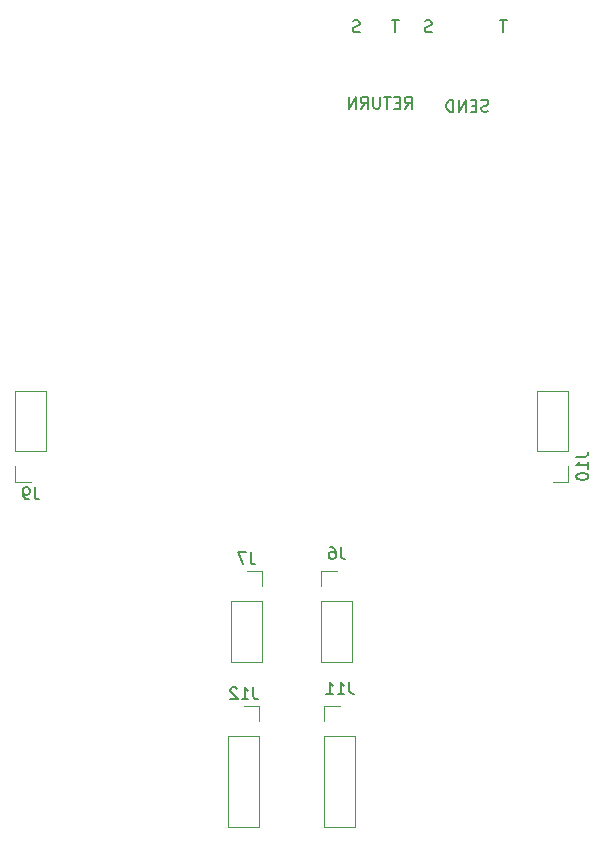
<source format=gbo>
%TF.GenerationSoftware,KiCad,Pcbnew,(5.1.8-0-10_14)*%
%TF.CreationDate,2021-08-10T10:11:07+01:00*%
%TF.ProjectId,4u-music-thing-spring-reverb,34752d6d-7573-4696-932d-7468696e672d,rev?*%
%TF.SameCoordinates,Original*%
%TF.FileFunction,Legend,Bot*%
%TF.FilePolarity,Positive*%
%FSLAX46Y46*%
G04 Gerber Fmt 4.6, Leading zero omitted, Abs format (unit mm)*
G04 Created by KiCad (PCBNEW (5.1.8-0-10_14)) date 2021-08-10 10:11:07*
%MOMM*%
%LPD*%
G01*
G04 APERTURE LIST*
%ADD10C,0.150000*%
%ADD11C,0.120000*%
G04 APERTURE END LIST*
D10*
X131476714Y-39393761D02*
X131333857Y-39441380D01*
X131095761Y-39441380D01*
X131000523Y-39393761D01*
X130952904Y-39346142D01*
X130905285Y-39250904D01*
X130905285Y-39155666D01*
X130952904Y-39060428D01*
X131000523Y-39012809D01*
X131095761Y-38965190D01*
X131286238Y-38917571D01*
X131381476Y-38869952D01*
X131429095Y-38822333D01*
X131476714Y-38727095D01*
X131476714Y-38631857D01*
X131429095Y-38536619D01*
X131381476Y-38489000D01*
X131286238Y-38441380D01*
X131048142Y-38441380D01*
X130905285Y-38489000D01*
X134778714Y-38441380D02*
X134207285Y-38441380D01*
X134493000Y-39441380D02*
X134493000Y-38441380D01*
X135294428Y-45918380D02*
X135627761Y-45442190D01*
X135865857Y-45918380D02*
X135865857Y-44918380D01*
X135484904Y-44918380D01*
X135389666Y-44966000D01*
X135342047Y-45013619D01*
X135294428Y-45108857D01*
X135294428Y-45251714D01*
X135342047Y-45346952D01*
X135389666Y-45394571D01*
X135484904Y-45442190D01*
X135865857Y-45442190D01*
X134865857Y-45394571D02*
X134532523Y-45394571D01*
X134389666Y-45918380D02*
X134865857Y-45918380D01*
X134865857Y-44918380D01*
X134389666Y-44918380D01*
X134103952Y-44918380D02*
X133532523Y-44918380D01*
X133818238Y-45918380D02*
X133818238Y-44918380D01*
X133199190Y-44918380D02*
X133199190Y-45727904D01*
X133151571Y-45823142D01*
X133103952Y-45870761D01*
X133008714Y-45918380D01*
X132818238Y-45918380D01*
X132722999Y-45870761D01*
X132675380Y-45823142D01*
X132627761Y-45727904D01*
X132627761Y-44918380D01*
X131580142Y-45918380D02*
X131913476Y-45442190D01*
X132151571Y-45918380D02*
X132151571Y-44918380D01*
X131770619Y-44918380D01*
X131675380Y-44966000D01*
X131627761Y-45013619D01*
X131580142Y-45108857D01*
X131580142Y-45251714D01*
X131627761Y-45346952D01*
X131675380Y-45394571D01*
X131770619Y-45442190D01*
X132151571Y-45442190D01*
X131151571Y-45918380D02*
X131151571Y-44918380D01*
X130580142Y-45918380D01*
X130580142Y-44918380D01*
X137572714Y-39393761D02*
X137429857Y-39441380D01*
X137191761Y-39441380D01*
X137096523Y-39393761D01*
X137048904Y-39346142D01*
X137001285Y-39250904D01*
X137001285Y-39155666D01*
X137048904Y-39060428D01*
X137096523Y-39012809D01*
X137191761Y-38965190D01*
X137382238Y-38917571D01*
X137477476Y-38869952D01*
X137525095Y-38822333D01*
X137572714Y-38727095D01*
X137572714Y-38631857D01*
X137525095Y-38536619D01*
X137477476Y-38489000D01*
X137382238Y-38441380D01*
X137144142Y-38441380D01*
X137001285Y-38489000D01*
X143922714Y-38441380D02*
X143351285Y-38441380D01*
X143637000Y-39441380D02*
X143637000Y-38441380D01*
X142350904Y-46124761D02*
X142208047Y-46172380D01*
X141969952Y-46172380D01*
X141874714Y-46124761D01*
X141827095Y-46077142D01*
X141779476Y-45981904D01*
X141779476Y-45886666D01*
X141827095Y-45791428D01*
X141874714Y-45743809D01*
X141969952Y-45696190D01*
X142160428Y-45648571D01*
X142255666Y-45600952D01*
X142303285Y-45553333D01*
X142350904Y-45458095D01*
X142350904Y-45362857D01*
X142303285Y-45267619D01*
X142255666Y-45220000D01*
X142160428Y-45172380D01*
X141922333Y-45172380D01*
X141779476Y-45220000D01*
X141350904Y-45648571D02*
X141017571Y-45648571D01*
X140874714Y-46172380D02*
X141350904Y-46172380D01*
X141350904Y-45172380D01*
X140874714Y-45172380D01*
X140446142Y-46172380D02*
X140446142Y-45172380D01*
X139874714Y-46172380D01*
X139874714Y-45172380D01*
X139398523Y-46172380D02*
X139398523Y-45172380D01*
X139160428Y-45172380D01*
X139017571Y-45220000D01*
X138922333Y-45315238D01*
X138874714Y-45410476D01*
X138827095Y-45600952D01*
X138827095Y-45743809D01*
X138874714Y-45934285D01*
X138922333Y-46029523D01*
X139017571Y-46124761D01*
X139160428Y-46172380D01*
X139398523Y-46172380D01*
D11*
%TO.C,J7*%
X123250000Y-92770000D02*
X120590000Y-92770000D01*
X123250000Y-87630000D02*
X123250000Y-92770000D01*
X120590000Y-87630000D02*
X120590000Y-92770000D01*
X123250000Y-87630000D02*
X120590000Y-87630000D01*
X123250000Y-86360000D02*
X123250000Y-85030000D01*
X123250000Y-85030000D02*
X121920000Y-85030000D01*
%TO.C,J6*%
X130870000Y-87630000D02*
X128210000Y-87630000D01*
X130870000Y-87630000D02*
X130870000Y-92770000D01*
X130870000Y-92770000D02*
X128210000Y-92770000D01*
X128210000Y-87630000D02*
X128210000Y-92770000D01*
X128210000Y-85030000D02*
X128210000Y-86360000D01*
X129540000Y-85030000D02*
X128210000Y-85030000D01*
%TO.C,J12*%
X122996000Y-106740000D02*
X120336000Y-106740000D01*
X122996000Y-99060000D02*
X122996000Y-106740000D01*
X120336000Y-99060000D02*
X120336000Y-106740000D01*
X122996000Y-99060000D02*
X120336000Y-99060000D01*
X122996000Y-97790000D02*
X122996000Y-96460000D01*
X122996000Y-96460000D02*
X121666000Y-96460000D01*
%TO.C,J11*%
X131124000Y-99060000D02*
X128464000Y-99060000D01*
X131124000Y-99060000D02*
X131124000Y-106740000D01*
X131124000Y-106740000D02*
X128464000Y-106740000D01*
X128464000Y-99060000D02*
X128464000Y-106740000D01*
X128464000Y-96460000D02*
X128464000Y-97790000D01*
X129794000Y-96460000D02*
X128464000Y-96460000D01*
%TO.C,J10*%
X146498000Y-74930000D02*
X149158000Y-74930000D01*
X146498000Y-74930000D02*
X146498000Y-69790000D01*
X146498000Y-69790000D02*
X149158000Y-69790000D01*
X149158000Y-74930000D02*
X149158000Y-69790000D01*
X149158000Y-77530000D02*
X149158000Y-76200000D01*
X147828000Y-77530000D02*
X149158000Y-77530000D01*
%TO.C,J9*%
X102302000Y-69790000D02*
X104962000Y-69790000D01*
X102302000Y-74930000D02*
X102302000Y-69790000D01*
X104962000Y-74930000D02*
X104962000Y-69790000D01*
X102302000Y-74930000D02*
X104962000Y-74930000D01*
X102302000Y-76200000D02*
X102302000Y-77530000D01*
X102302000Y-77530000D02*
X103632000Y-77530000D01*
%TO.C,J7*%
D10*
X122253333Y-83482380D02*
X122253333Y-84196666D01*
X122300952Y-84339523D01*
X122396190Y-84434761D01*
X122539047Y-84482380D01*
X122634285Y-84482380D01*
X121872380Y-83482380D02*
X121205714Y-83482380D01*
X121634285Y-84482380D01*
%TO.C,J6*%
X129873333Y-83042380D02*
X129873333Y-83756666D01*
X129920952Y-83899523D01*
X130016190Y-83994761D01*
X130159047Y-84042380D01*
X130254285Y-84042380D01*
X128968571Y-83042380D02*
X129159047Y-83042380D01*
X129254285Y-83090000D01*
X129301904Y-83137619D01*
X129397142Y-83280476D01*
X129444761Y-83470952D01*
X129444761Y-83851904D01*
X129397142Y-83947142D01*
X129349523Y-83994761D01*
X129254285Y-84042380D01*
X129063809Y-84042380D01*
X128968571Y-83994761D01*
X128920952Y-83947142D01*
X128873333Y-83851904D01*
X128873333Y-83613809D01*
X128920952Y-83518571D01*
X128968571Y-83470952D01*
X129063809Y-83423333D01*
X129254285Y-83423333D01*
X129349523Y-83470952D01*
X129397142Y-83518571D01*
X129444761Y-83613809D01*
%TO.C,J12*%
X122475523Y-94912380D02*
X122475523Y-95626666D01*
X122523142Y-95769523D01*
X122618380Y-95864761D01*
X122761238Y-95912380D01*
X122856476Y-95912380D01*
X121475523Y-95912380D02*
X122046952Y-95912380D01*
X121761238Y-95912380D02*
X121761238Y-94912380D01*
X121856476Y-95055238D01*
X121951714Y-95150476D01*
X122046952Y-95198095D01*
X121094571Y-95007619D02*
X121046952Y-94960000D01*
X120951714Y-94912380D01*
X120713619Y-94912380D01*
X120618380Y-94960000D01*
X120570761Y-95007619D01*
X120523142Y-95102857D01*
X120523142Y-95198095D01*
X120570761Y-95340952D01*
X121142190Y-95912380D01*
X120523142Y-95912380D01*
%TO.C,J11*%
X130603523Y-94472380D02*
X130603523Y-95186666D01*
X130651142Y-95329523D01*
X130746380Y-95424761D01*
X130889238Y-95472380D01*
X130984476Y-95472380D01*
X129603523Y-95472380D02*
X130174952Y-95472380D01*
X129889238Y-95472380D02*
X129889238Y-94472380D01*
X129984476Y-94615238D01*
X130079714Y-94710476D01*
X130174952Y-94758095D01*
X128651142Y-95472380D02*
X129222571Y-95472380D01*
X128936857Y-95472380D02*
X128936857Y-94472380D01*
X129032095Y-94615238D01*
X129127333Y-94710476D01*
X129222571Y-94758095D01*
%TO.C,J10*%
X149820380Y-75390476D02*
X150534666Y-75390476D01*
X150677523Y-75342857D01*
X150772761Y-75247619D01*
X150820380Y-75104761D01*
X150820380Y-75009523D01*
X150820380Y-76390476D02*
X150820380Y-75819047D01*
X150820380Y-76104761D02*
X149820380Y-76104761D01*
X149963238Y-76009523D01*
X150058476Y-75914285D01*
X150106095Y-75819047D01*
X149820380Y-77009523D02*
X149820380Y-77104761D01*
X149868000Y-77200000D01*
X149915619Y-77247619D01*
X150010857Y-77295238D01*
X150201333Y-77342857D01*
X150439428Y-77342857D01*
X150629904Y-77295238D01*
X150725142Y-77247619D01*
X150772761Y-77200000D01*
X150820380Y-77104761D01*
X150820380Y-77009523D01*
X150772761Y-76914285D01*
X150725142Y-76866666D01*
X150629904Y-76819047D01*
X150439428Y-76771428D01*
X150201333Y-76771428D01*
X150010857Y-76819047D01*
X149915619Y-76866666D01*
X149868000Y-76914285D01*
X149820380Y-77009523D01*
%TO.C,J9*%
X103965333Y-77982380D02*
X103965333Y-78696666D01*
X104012952Y-78839523D01*
X104108190Y-78934761D01*
X104251047Y-78982380D01*
X104346285Y-78982380D01*
X103441523Y-78982380D02*
X103251047Y-78982380D01*
X103155809Y-78934761D01*
X103108190Y-78887142D01*
X103012952Y-78744285D01*
X102965333Y-78553809D01*
X102965333Y-78172857D01*
X103012952Y-78077619D01*
X103060571Y-78030000D01*
X103155809Y-77982380D01*
X103346285Y-77982380D01*
X103441523Y-78030000D01*
X103489142Y-78077619D01*
X103536761Y-78172857D01*
X103536761Y-78410952D01*
X103489142Y-78506190D01*
X103441523Y-78553809D01*
X103346285Y-78601428D01*
X103155809Y-78601428D01*
X103060571Y-78553809D01*
X103012952Y-78506190D01*
X102965333Y-78410952D01*
%TD*%
M02*

</source>
